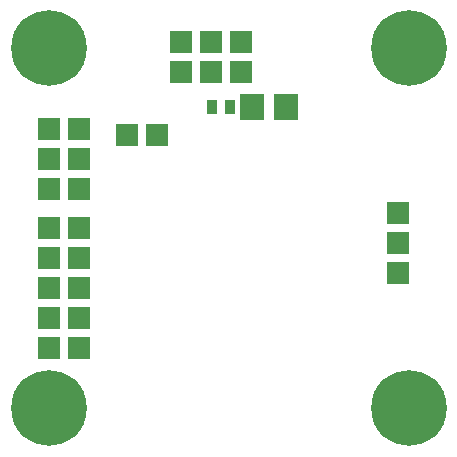
<source format=gbr>
G04 #@! TF.FileFunction,Soldermask,Top*
%FSLAX46Y46*%
G04 Gerber Fmt 4.6, Leading zero omitted, Abs format (unit mm)*
G04 Created by KiCad (PCBNEW 4.0.4-stable) date 06/14/17 14:20:26*
%MOMM*%
%LPD*%
G01*
G04 APERTURE LIST*
%ADD10C,0.100000*%
%ADD11R,1.924000X1.924000*%
%ADD12R,1.997660X2.200860*%
%ADD13C,6.400000*%
%ADD14R,0.900000X1.300000*%
G04 APERTURE END LIST*
D10*
D11*
X133096000Y-103632000D03*
X133096000Y-101092000D03*
X135636000Y-103632000D03*
X135636000Y-101092000D03*
X138176000Y-103632000D03*
X138176000Y-101092000D03*
D12*
X139143861Y-106590945D03*
X141983581Y-106590945D03*
D13*
X121920000Y-101600000D03*
X152400000Y-101600000D03*
X121920000Y-132080000D03*
X152400000Y-132080000D03*
D14*
X135749721Y-106590945D03*
X137249721Y-106590945D03*
D11*
X151523700Y-120650000D03*
X151523700Y-118110000D03*
X151523700Y-115570000D03*
X128524000Y-108966000D03*
X131064000Y-108966000D03*
X121920000Y-116840000D03*
X124460000Y-116840000D03*
X121920000Y-119380000D03*
X124460000Y-119380000D03*
X121920000Y-121920000D03*
X124460000Y-121920000D03*
X121920000Y-124460000D03*
X124460000Y-124460000D03*
X121920000Y-127000000D03*
X124460000Y-127000000D03*
X121920000Y-108458000D03*
X124460000Y-108458000D03*
X121920000Y-110998000D03*
X124460000Y-110998000D03*
X121920000Y-113538000D03*
X124460000Y-113538000D03*
M02*

</source>
